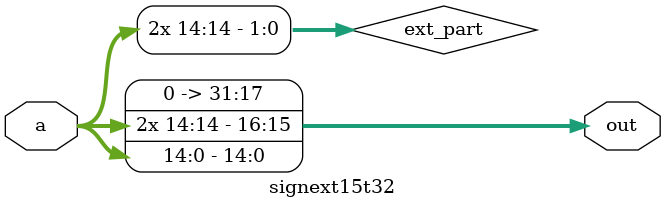
<source format=sv>
`timescale 1ns / 1ps


module signext15t32(
    input [14:0] a,
    output [31:0] out
    );


 wire [1:0] ext_part;
    
    assign ext_part = {17{a[14]}}; // Replicate A[2] by 2 before concatenation
    assign out = { ext_part, a}; // Concatenation
    
    
endmodule
</source>
